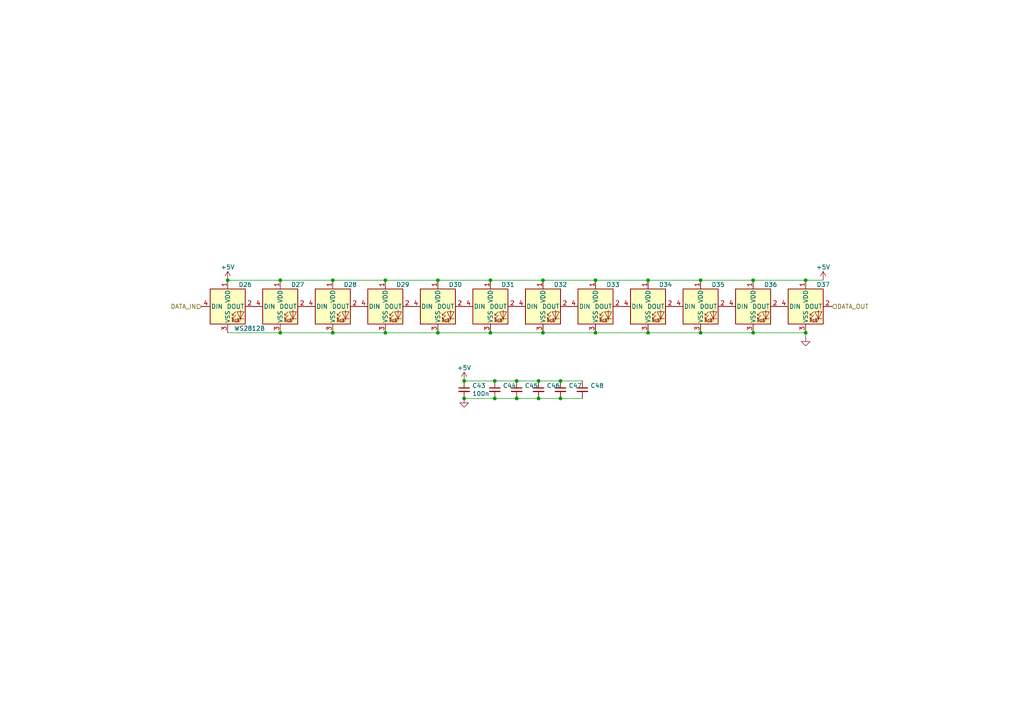
<source format=kicad_sch>
(kicad_sch (version 20230121) (generator eeschema)
  (paper "A4")
  (lib_symbols
    (symbol "Device:C_Small" (pin_numbers hide) (pin_names (offset 0.254) hide)
      (property "Reference" "C" (at 0.254 1.778 0))
      (property "Value" "C_Small" (at 0.254 -2.032 0))
      (symbol "C_Small_0_1"
        (polyline (pts (xy -1.524 -0.508) (xy 1.524 -0.508)) (stroke (width 0.3302)))
        (polyline (pts (xy -1.524 0.508) (xy 1.524 0.508)) (stroke (width 0.3048)))
      )
      (symbol "C_Small_1_1"
        (pin passive line (at 0 2.54 270) (length 2.032) (name "~") (number "1"))
        (pin passive line (at 0 -2.54 90) (length 2.032) (name "~") (number "2"))
      )
    )
    (symbol "LED:WS2812B" (pin_names (offset 0.254))
      (property "Reference" "D" (at 5.08 5.715 0))
      (property "Value" "WS2812B" (at 1.27 -5.715 0))
      (symbol "WS2812B_0_0"
        (text "RGB" (at 2.286 -4.191 0) (effects (font (size 0.762 0.762))))
      )
      (symbol "WS2812B_0_1"
        (polyline (pts (xy 1.27 -3.556) (xy 1.778 -3.556)))
        (polyline (pts (xy 1.27 -2.54) (xy 1.778 -2.54)))
        (polyline (pts (xy 4.699 -3.556) (xy 2.667 -3.556)))
        (polyline (pts (xy 2.286 -2.54) (xy 1.27 -3.556) (xy 1.27 -3.048)))
        (polyline (pts (xy 2.286 -1.524) (xy 1.27 -2.54) (xy 1.27 -2.032)))
        (polyline (pts (xy 3.683 -1.016) (xy 3.683 -3.556) (xy 3.683 -4.064)))
        (polyline (pts (xy 4.699 -1.524) (xy 2.667 -1.524) (xy 3.683 -3.556) (xy 4.699 -1.524)))
        (rectangle (start 5.08 5.08) (end -5.08 -5.08) (stroke (width 0.254)) (fill (type background)))
      )
      (symbol "WS2812B_1_1"
        (pin power_in line (at 0 7.62 270) (length 2.54) (name "VDD") (number "1"))
        (pin output line (at 7.62 0 180) (length 2.54) (name "DOUT") (number "2"))
        (pin power_in line (at 0 -7.62 90) (length 2.54) (name "VSS") (number "3"))
        (pin input line (at -7.62 0 0) (length 2.54) (name "DIN") (number "4"))
      )
    )
    (symbol "power:+5V" (power) (pin_names (offset 0))
      (property "Value" "+5V" (at 0 3.556 0))
      (symbol "+5V_0_1"
        (polyline (pts (xy -0.762 1.27) (xy 0 2.54)))
        (polyline (pts (xy 0 0) (xy 0 2.54)))
        (polyline (pts (xy 0 2.54) (xy 0.762 1.27)))
      )
      (symbol "+5V_1_1"
        (pin power_in line (at 0 0 90) (length 0) hide (name "+5V") (number "1"))
      )
    )
    (symbol "power:GND" (power) (pin_names (offset 0))
      (property "Value" "GND" (at 0 -3.81 0))
      (symbol "GND_0_1"
        (polyline (pts (xy 0 0) (xy 0 -1.27) (xy 1.27 -1.27) (xy 0 -2.54) (xy -1.27 -1.27) (xy 0 -1.27)))
      )
      (symbol "GND_1_1"
        (pin power_in line (at 0 0 270) (length 0) hide (name "GND") (number "1"))
      )
    )
  )
  (junction (at 233.68 96.52))
  (junction (at 134.62 115.57))
  (junction (at 187.96 81.28))
  (junction (at 162.56 115.57))
  (junction (at 142.24 96.52))
  (junction (at 143.51 115.57))
  (junction (at 218.44 81.28))
  (junction (at 127 96.52))
  (junction (at 81.28 96.52))
  (junction (at 96.52 81.28))
  (junction (at 156.21 115.57))
  (junction (at 156.21 110.49))
  (junction (at 142.24 81.28))
  (junction (at 162.56 110.49))
  (junction (at 127 81.28))
  (junction (at 203.2 96.52))
  (junction (at 157.48 96.52))
  (junction (at 157.48 81.28))
  (junction (at 172.72 81.28))
  (junction (at 134.62 110.49))
  (junction (at 149.86 110.49))
  (junction (at 203.2 81.28))
  (junction (at 81.28 81.28))
  (junction (at 143.51 110.49))
  (junction (at 172.72 96.52))
  (junction (at 111.76 81.28))
  (junction (at 233.68 81.28))
  (junction (at 187.96 96.52))
  (junction (at 111.76 96.52))
  (junction (at 149.86 115.57))
  (junction (at 66.04 81.28))
  (junction (at 218.44 96.52))
  (junction (at 96.52 96.52))
  (wire (pts (xy 134.62 110.49) (xy 143.51 110.49)))
  (wire (pts (xy 157.48 96.52) (xy 172.72 96.52)))
  (wire (pts (xy 238.76 81.28) (xy 233.68 81.28)))
  (wire (pts (xy 127 81.28) (xy 142.24 81.28)))
  (wire (pts (xy 96.52 96.52) (xy 111.76 96.52)))
  (wire (pts (xy 156.21 110.49) (xy 162.56 110.49)))
  (wire (pts (xy 142.24 81.28) (xy 157.48 81.28)))
  (wire (pts (xy 81.28 81.28) (xy 96.52 81.28)))
  (wire (pts (xy 172.72 96.52) (xy 187.96 96.52)))
  (wire (pts (xy 233.68 81.28) (xy 218.44 81.28)))
  (wire (pts (xy 66.04 81.28) (xy 81.28 81.28)))
  (wire (pts (xy 149.86 115.57) (xy 156.21 115.57)))
  (wire (pts (xy 111.76 81.28) (xy 127 81.28)))
  (wire (pts (xy 143.51 115.57) (xy 149.86 115.57)))
  (wire (pts (xy 157.48 81.28) (xy 172.72 81.28)))
  (wire (pts (xy 81.28 96.52) (xy 96.52 96.52)))
  (wire (pts (xy 203.2 96.52) (xy 218.44 96.52)))
  (wire (pts (xy 172.72 81.28) (xy 187.96 81.28)))
  (wire (pts (xy 96.52 81.28) (xy 111.76 81.28)))
  (wire (pts (xy 218.44 81.28) (xy 203.2 81.28)))
  (wire (pts (xy 187.96 81.28) (xy 203.2 81.28)))
  (wire (pts (xy 162.56 110.49) (xy 168.91 110.49)))
  (wire (pts (xy 142.24 96.52) (xy 157.48 96.52)))
  (wire (pts (xy 66.04 96.52) (xy 81.28 96.52)))
  (wire (pts (xy 162.56 115.57) (xy 168.91 115.57)))
  (wire (pts (xy 156.21 115.57) (xy 162.56 115.57)))
  (wire (pts (xy 134.62 115.57) (xy 143.51 115.57)))
  (wire (pts (xy 187.96 96.52) (xy 203.2 96.52)))
  (wire (pts (xy 233.68 96.52) (xy 233.68 97.79)))
  (wire (pts (xy 218.44 96.52) (xy 233.68 96.52)))
  (wire (pts (xy 111.76 96.52) (xy 127 96.52)))
  (wire (pts (xy 149.86 110.49) (xy 156.21 110.49)))
  (wire (pts (xy 127 96.52) (xy 142.24 96.52)))
  (wire (pts (xy 143.51 110.49) (xy 149.86 110.49)))
  (hierarchical_label "DATA_IN" (shape input) (at 58.42 88.9 180))
  (hierarchical_label "DATA_OUT" (shape input) (at 241.3 88.9 0))
  (symbol (lib_id "power:GND") (at 134.62 115.57 0) (unit 1)
    (property "Reference" "#PWR0123" (effects hide))
    (property "Value" "GND" (effects hide))
    (instances (project "PCB" (path "" (reference "#PWR0123") (unit 1)) (path "" (reference "#PWR0110") (unit 1))))
  )
  (symbol (lib_id "LED:WS2812B") (at 172.72 88.9 0) (unit 1)
    (property "Reference" "D33" (at 177.8 82.55 0))
    (property "Value" "WS2812B" (effects hide))
    (property "Footprint" "LED_SMD:LED_WS2812B_PLCC4_5.0x5.0mm_P3.2mm" (effects hide))
    (property "Datasheet" "https://cdn-shop.adafruit.com/datasheets/WS2812B.pdf" (effects hide))
    (instances (project "PCB" (path "" (reference "D33") (unit 1)) (path "" (reference "D13") (unit 1))))
  )
  (symbol (lib_id "LED:WS2812B") (at 111.76 88.9 0) (unit 1)
    (property "Reference" "D29" (at 116.84 82.55 0))
    (property "Value" "WS2812B" (effects hide))
    (property "Footprint" "LED_SMD:LED_WS2812B_PLCC4_5.0x5.0mm_P3.2mm" (effects hide))
    (property "Datasheet" "https://cdn-shop.adafruit.com/datasheets/WS2812B.pdf" (effects hide))
    (instances (project "PCB" (path "" (reference "D29") (unit 1)) (path "" (reference "D9") (unit 1))))
  )
  (symbol (lib_id "LED:WS2812B") (at 66.04 88.9 0) (unit 1)
    (property "Reference" "D26" (at 71.12 82.55 0))
    (property "Value" "WS2812B" (at 72.39 95.25 0))
    (property "Footprint" "LED_SMD:LED_WS2812B_PLCC4_5.0x5.0mm_P3.2mm" (effects hide))
    (property "Datasheet" "https://cdn-shop.adafruit.com/datasheets/WS2812B.pdf" (effects hide))
    (instances (project "PCB" (path "" (reference "D26") (unit 1)) (path "" (reference "D3") (unit 1))))
  )
  (symbol (lib_id "LED:WS2812B") (at 127 88.9 0) (unit 1)
    (property "Reference" "D30" (at 132.08 82.55 0))
    (property "Value" "WS2812B" (effects hide))
    (property "Footprint" "LED_SMD:LED_WS2812B_PLCC4_5.0x5.0mm_P3.2mm" (effects hide))
    (property "Datasheet" "https://cdn-shop.adafruit.com/datasheets/WS2812B.pdf" (effects hide))
    (instances (project "PCB" (path "" (reference "D30") (unit 1)) (path "" (reference "D10") (unit 1))))
  )
  (symbol (lib_id "power:+5V") (at 238.76 81.28 0) (mirror y) (unit 1)
    (property "Reference" "#PWR0126" (effects hide))
    (property "Value" "+5V" (at 238.76 77.47 0))
    (instances (project "PCB" (path "" (reference "#PWR0126") (unit 1)) (path "" (reference "#PWR0113") (unit 1))))
  )
  (symbol (lib_id "LED:WS2812B") (at 96.52 88.9 0) (unit 1)
    (property "Reference" "D28" (at 101.6 82.55 0))
    (property "Value" "WS2812B" (effects hide))
    (property "Footprint" "LED_SMD:LED_WS2812B_PLCC4_5.0x5.0mm_P3.2mm" (effects hide))
    (property "Datasheet" "https://cdn-shop.adafruit.com/datasheets/WS2812B.pdf" (effects hide))
    (instances (project "PCB" (path "" (reference "D28") (unit 1)) (path "" (reference "D8") (unit 1))))
  )
  (symbol (lib_id "LED:WS2812B") (at 142.24 88.9 0) (unit 1)
    (property "Reference" "D31" (at 147.32 82.55 0))
    (property "Value" "WS2812B" (effects hide))
    (property "Footprint" "LED_SMD:LED_WS2812B_PLCC4_5.0x5.0mm_P3.2mm" (effects hide))
    (property "Datasheet" "https://cdn-shop.adafruit.com/datasheets/WS2812B.pdf" (effects hide))
    (instances (project "PCB" (path "" (reference "D31") (unit 1)) (path "" (reference "D11") (unit 1))))
  )
  (symbol (lib_id "Device:C_Small") (at 143.51 113.03 0) (unit 1)
    (property "Reference" "C44" (at 145.8468 111.8616 0) (effects (justify left)))
    (property "Value" "100n" (effects hide))
    (property "Footprint" "Capacitor_SMD:C_0402_1005Metric" (effects hide))
    (property "LCSC" "C307331" (effects hide))
    (instances (project "PCB" (path "" (reference "C44") (unit 1)) (path "" (reference "C2") (unit 1))))
  )
  (symbol (lib_id "power:+5V") (at 134.62 110.49 0) (unit 1)
    (property "Reference" "#PWR0124" (effects hide))
    (property "Value" "+5V" (at 134.62 106.68 0))
    (instances (project "PCB" (path "" (reference "#PWR0124") (unit 1)) (path "" (reference "#PWR0111") (unit 1))))
  )
  (symbol (lib_id "Device:C_Small") (at 162.56 113.03 0) (unit 1)
    (property "Reference" "C47" (at 164.8968 111.8616 0) (effects (justify left)))
    (property "Value" "100n" (effects hide))
    (property "Footprint" "Capacitor_SMD:C_0402_1005Metric" (effects hide))
    (property "LCSC" "C307331" (effects hide))
    (instances (project "PCB" (path "" (reference "C47") (unit 1)) (path "" (reference "C21") (unit 1))))
  )
  (symbol (lib_id "Device:C_Small") (at 156.21 113.03 0) (unit 1)
    (property "Reference" "C46" (at 158.5468 111.8616 0) (effects (justify left)))
    (property "Value" "100n" (effects hide))
    (property "Footprint" "Capacitor_SMD:C_0402_1005Metric" (effects hide))
    (property "LCSC" "C307331" (effects hide))
    (instances (project "PCB" (path "" (reference "C46") (unit 1)) (path "" (reference "C20") (unit 1))))
  )
  (symbol (lib_id "LED:WS2812B") (at 203.2 88.9 0) (unit 1)
    (property "Reference" "D35" (at 208.28 82.55 0))
    (property "Value" "WS2812B" (effects hide))
    (property "Footprint" "LED_SMD:LED_WS2812B_PLCC4_5.0x5.0mm_P3.2mm" (effects hide))
    (property "Datasheet" "https://cdn-shop.adafruit.com/datasheets/WS2812B.pdf" (effects hide))
    (instances (project "PCB" (path "" (reference "D35") (unit 1)) (path "" (reference "D15") (unit 1))))
  )
  (symbol (lib_id "Device:C_Small") (at 134.62 113.03 0) (unit 1)
    (property "Reference" "C43" (at 136.9568 111.8616 0) (effects (justify left)))
    (property "Value" "100n" (at 136.9568 114.173 0) (effects (justify left)))
    (property "Footprint" "Capacitor_SMD:C_0402_1005Metric" (effects hide))
    (property "LCSC" "C307331" (effects hide))
    (instances (project "PCB" (path "" (reference "C43") (unit 1)) (path "" (reference "C1") (unit 1))))
  )
  (symbol (lib_id "LED:WS2812B") (at 218.44 88.9 0) (unit 1)
    (property "Reference" "D36" (at 223.52 82.55 0))
    (property "Value" "WS2812B" (effects hide))
    (property "Footprint" "LED_SMD:LED_WS2812B_PLCC4_5.0x5.0mm_P3.2mm" (effects hide))
    (property "Datasheet" "https://cdn-shop.adafruit.com/datasheets/WS2812B.pdf" (effects hide))
    (instances (project "PCB" (path "" (reference "D36") (unit 1)) (path "" (reference "D16") (unit 1))))
  )
  (symbol (lib_id "power:+5V") (at 66.04 81.28 0) (unit 1)
    (property "Reference" "#PWR0125" (effects hide))
    (property "Value" "+5V" (at 66.04 77.47 0))
    (instances (project "PCB" (path "" (reference "#PWR0125") (unit 1)) (path "" (reference "#PWR0112") (unit 1))))
  )
  (symbol (lib_id "Device:C_Small") (at 168.91 113.03 0) (unit 1)
    (property "Reference" "C48" (at 171.2468 111.8616 0) (effects (justify left)))
    (property "Value" "100n" (effects hide))
    (property "Footprint" "Capacitor_SMD:C_0402_1005Metric" (effects hide))
    (property "LCSC" "C307331" (effects hide))
    (instances (project "PCB" (path "" (reference "C48") (unit 1)) (path "" (reference "C22") (unit 1))))
  )
  (symbol (lib_id "LED:WS2812B") (at 81.28 88.9 0) (unit 1)
    (property "Reference" "D27" (at 86.36 82.55 0))
    (property "Value" "WS2812B" (effects hide))
    (property "Footprint" "LED_SMD:LED_WS2812B_PLCC4_5.0x5.0mm_P3.2mm" (effects hide))
    (property "Datasheet" "https://cdn-shop.adafruit.com/datasheets/WS2812B.pdf" (effects hide))
    (instances (project "PCB" (path "" (reference "D27") (unit 1)) (path "" (reference "D4") (unit 1))))
  )
  (symbol (lib_id "LED:WS2812B") (at 157.48 88.9 0) (unit 1)
    (property "Reference" "D32" (at 162.56 82.55 0))
    (property "Value" "WS2812B" (effects hide))
    (property "Footprint" "LED_SMD:LED_WS2812B_PLCC4_5.0x5.0mm_P3.2mm" (effects hide))
    (property "Datasheet" "https://cdn-shop.adafruit.com/datasheets/WS2812B.pdf" (effects hide))
    (instances (project "PCB" (path "" (reference "D32") (unit 1)) (path "" (reference "D12") (unit 1))))
  )
  (symbol (lib_id "LED:WS2812B") (at 187.96 88.9 0) (unit 1)
    (property "Reference" "D34" (at 193.04 82.55 0))
    (property "Value" "WS2812B" (effects hide))
    (property "Footprint" "LED_SMD:LED_WS2812B_PLCC4_5.0x5.0mm_P3.2mm" (effects hide))
    (property "Datasheet" "https://cdn-shop.adafruit.com/datasheets/WS2812B.pdf" (effects hide))
    (instances (project "PCB" (path "" (reference "D34") (unit 1)) (path "" (reference "D14") (unit 1))))
  )
  (symbol (lib_id "LED:WS2812B") (at 233.68 88.9 0) (unit 1)
    (property "Reference" "D37" (at 238.76 82.55 0))
    (property "Value" "WS2812B" (effects hide))
    (property "Footprint" "LED_SMD:LED_WS2812B_PLCC4_5.0x5.0mm_P3.2mm" (effects hide))
    (property "Datasheet" "https://cdn-shop.adafruit.com/datasheets/WS2812B.pdf" (effects hide))
    (instances (project "PCB" (path "" (reference "D37") (unit 1)) (path "" (reference "D17") (unit 1))))
  )
  (symbol (lib_id "power:GND") (at 233.68 97.79 0) (mirror y) (unit 1)
    (property "Reference" "#PWR0127" (effects hide))
    (property "Value" "GND" (effects hide))
    (instances (project "PCB" (path "" (reference "#PWR0127") (unit 1)) (path "" (reference "#PWR0114") (unit 1))))
  )
  (symbol (lib_id "Device:C_Small") (at 149.86 113.03 0) (unit 1)
    (property "Reference" "C45" (at 152.1968 111.8616 0) (effects (justify left)))
    (property "Value" "100n" (effects hide))
    (property "Footprint" "Capacitor_SMD:C_0402_1005Metric" (effects hide))
    (property "LCSC" "C307331" (effects hide))
    (instances (project "PCB" (path "" (reference "C45") (unit 1)) (path "" (reference "C3") (unit 1))))
  )
)
</source>
